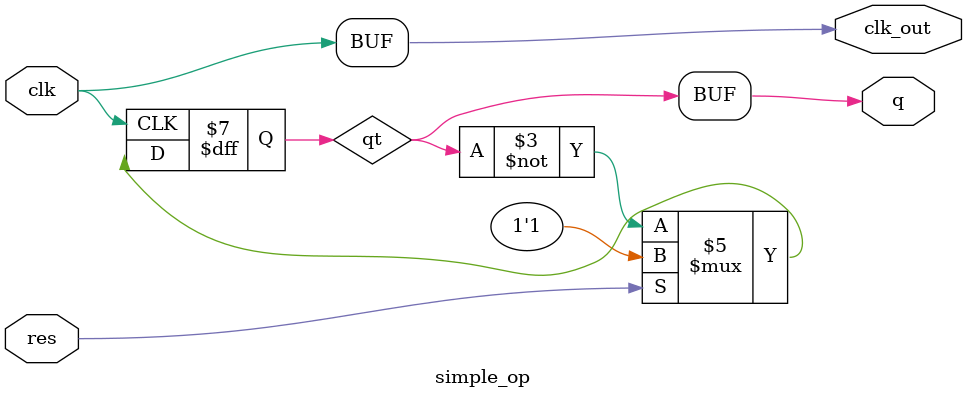
<source format=v>
module simple_op(clk,res,q,clk_out);

    input res;
    input clk;
    output clk_out;
    output q;
    reg qt;

    always @(negedge clk)
    if(~res)begin
        qt<=~qt;
    end 

    else begin
        qt<=1;
     end

    assign q = qt;
    assign clk_out = clk;

endmodule

</source>
